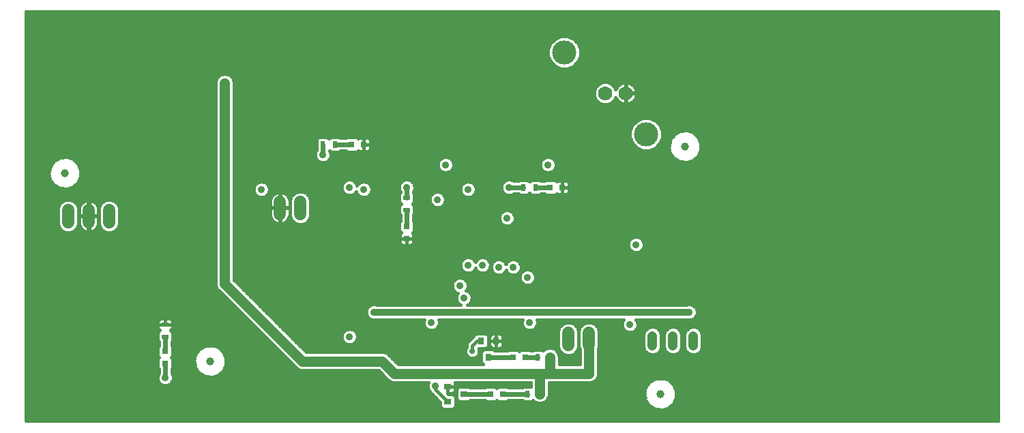
<source format=gbl>
G75*
%MOIN*%
%OFA0B0*%
%FSLAX25Y25*%
%IPPOS*%
%LPD*%
%AMOC8*
5,1,8,0,0,1.08239X$1,22.5*
%
%ADD10C,0.01600*%
%ADD11R,0.03937X0.03937*%
%ADD12C,0.06000*%
%ADD13C,0.07000*%
%ADD14C,0.11811*%
%ADD15C,0.04800*%
%ADD16R,0.05000X0.20000*%
%ADD17C,0.01000*%
%ADD18R,0.03150X0.03543*%
%ADD19R,0.03543X0.03150*%
%ADD20R,0.03150X0.03150*%
%ADD21R,0.02362X0.03543*%
%ADD22R,0.03543X0.02362*%
%ADD23C,0.03937*%
%ADD24C,0.02800*%
%ADD25C,0.23000*%
%ADD26C,0.18000*%
%ADD27C,0.03600*%
%ADD28C,0.05000*%
%ADD29C,0.03200*%
%ADD30C,0.02400*%
D10*
X0001800Y0027250D02*
X0476800Y0027250D01*
X0001800Y0027250D01*
X0001800Y0227250D01*
X0476800Y0227250D01*
X0476800Y0027250D01*
X0476800Y0227250D01*
X0001800Y0227250D01*
X0001800Y0027250D01*
X0476800Y0027250D01*
X0476800Y0028849D02*
X0001800Y0028849D01*
X0001800Y0030447D02*
X0476800Y0030447D01*
X0476800Y0032046D02*
X0001800Y0032046D01*
X0001800Y0033644D02*
X0204554Y0033644D01*
X0204091Y0034107D02*
X0205263Y0032935D01*
X0210463Y0032935D01*
X0211635Y0034107D01*
X0211635Y0038913D01*
X0210463Y0040085D01*
X0208248Y0040085D01*
X0207717Y0040615D01*
X0207863Y0040615D01*
X0209872Y0040615D01*
X0210329Y0040738D01*
X0210740Y0040975D01*
X0211075Y0041310D01*
X0211312Y0041721D01*
X0211435Y0042178D01*
X0211435Y0043990D01*
X0207863Y0043990D01*
X0207863Y0040615D01*
X0207863Y0043990D01*
X0207863Y0043990D01*
X0207863Y0043990D01*
X0211435Y0043990D01*
X0211435Y0045750D01*
X0248253Y0045750D01*
X0248253Y0044022D01*
X0244838Y0044022D01*
X0244266Y0043450D01*
X0237531Y0043450D01*
X0237156Y0043825D01*
X0232350Y0043825D01*
X0231800Y0043275D01*
X0231250Y0043825D01*
X0226444Y0043825D01*
X0226069Y0043450D01*
X0218712Y0043450D01*
X0218337Y0043825D01*
X0213137Y0043825D01*
X0211965Y0042653D01*
X0211965Y0037847D01*
X0213137Y0036675D01*
X0218337Y0036675D01*
X0218712Y0037050D01*
X0226069Y0037050D01*
X0226444Y0036675D01*
X0231250Y0036675D01*
X0231800Y0037225D01*
X0232350Y0036675D01*
X0237156Y0036675D01*
X0237531Y0037050D01*
X0244266Y0037050D01*
X0244838Y0036478D01*
X0248857Y0036478D01*
X0249509Y0037130D01*
X0250204Y0036435D01*
X0251858Y0035750D01*
X0253648Y0035750D01*
X0255302Y0036435D01*
X0256568Y0037701D01*
X0257253Y0039355D01*
X0257253Y0045750D01*
X0277695Y0045750D01*
X0279349Y0046435D01*
X0280615Y0047701D01*
X0281300Y0049355D01*
X0281300Y0062048D01*
X0281800Y0063255D01*
X0281800Y0071245D01*
X0281039Y0073082D01*
X0279632Y0074489D01*
X0277795Y0075250D01*
X0275805Y0075250D01*
X0273968Y0074489D01*
X0272561Y0073082D01*
X0271800Y0071245D01*
X0271800Y0063255D01*
X0272300Y0062048D01*
X0272300Y0054750D01*
X0262253Y0054750D01*
X0262253Y0059145D01*
X0261568Y0060799D01*
X0260302Y0062065D01*
X0258648Y0062750D01*
X0256858Y0062750D01*
X0255204Y0062065D01*
X0254509Y0061370D01*
X0253857Y0062022D01*
X0249838Y0062022D01*
X0249266Y0061450D01*
X0248531Y0061450D01*
X0248156Y0061825D01*
X0243350Y0061825D01*
X0242800Y0061275D01*
X0242250Y0061825D01*
X0237444Y0061825D01*
X0237132Y0061513D01*
X0230775Y0061513D01*
X0230203Y0062085D01*
X0225397Y0062085D01*
X0224225Y0060913D01*
X0224225Y0055713D01*
X0225188Y0054750D01*
X0183664Y0054750D01*
X0179615Y0058799D01*
X0178349Y0060065D01*
X0176695Y0060750D01*
X0138664Y0060750D01*
X0103300Y0096114D01*
X0103300Y0193145D01*
X0102615Y0194799D01*
X0101349Y0196065D01*
X0099695Y0196750D01*
X0097905Y0196750D01*
X0096251Y0196065D01*
X0094985Y0194799D01*
X0094300Y0193145D01*
X0094300Y0093355D01*
X0094985Y0091701D01*
X0096251Y0090435D01*
X0134251Y0052435D01*
X0135905Y0051750D01*
X0173936Y0051750D01*
X0177985Y0047701D01*
X0179251Y0046435D01*
X0180905Y0045750D01*
X0198308Y0045750D01*
X0198000Y0045006D01*
X0198000Y0043494D01*
X0198579Y0042097D01*
X0199240Y0041436D01*
X0199426Y0040987D01*
X0204091Y0036322D01*
X0204091Y0034107D01*
X0204091Y0035243D02*
X0001800Y0035243D01*
X0001800Y0036841D02*
X0203572Y0036841D01*
X0201973Y0038440D02*
X0001800Y0038440D01*
X0001800Y0040038D02*
X0200375Y0040038D01*
X0199039Y0041637D02*
X0001800Y0041637D01*
X0001800Y0043235D02*
X0198107Y0043235D01*
X0198000Y0044834D02*
X0071482Y0044834D01*
X0071953Y0045029D02*
X0070556Y0044450D01*
X0069044Y0044450D01*
X0067647Y0045029D01*
X0066579Y0046097D01*
X0066000Y0047494D01*
X0066000Y0049006D01*
X0066579Y0050403D01*
X0066600Y0050424D01*
X0066600Y0052519D01*
X0066225Y0052894D01*
X0066225Y0057700D01*
X0066775Y0058250D01*
X0066225Y0058800D01*
X0066225Y0063606D01*
X0066600Y0063981D01*
X0066600Y0065716D01*
X0066028Y0066288D01*
X0066028Y0070307D01*
X0067164Y0071442D01*
X0066923Y0071581D01*
X0066588Y0071916D01*
X0066351Y0072327D01*
X0066228Y0072785D01*
X0066228Y0074203D01*
X0069800Y0074203D01*
X0069800Y0074203D01*
X0069800Y0077184D01*
X0071809Y0077184D01*
X0072266Y0077061D01*
X0072677Y0076824D01*
X0073012Y0076489D01*
X0073249Y0076079D01*
X0073372Y0075621D01*
X0073372Y0074203D01*
X0069800Y0074203D01*
X0069800Y0077184D01*
X0067791Y0077184D01*
X0067334Y0077061D01*
X0066923Y0076824D01*
X0066588Y0076489D01*
X0066351Y0076079D01*
X0066228Y0075621D01*
X0066228Y0074203D01*
X0069800Y0074203D01*
X0069800Y0074203D01*
X0069800Y0074203D01*
X0073372Y0074203D01*
X0073372Y0072785D01*
X0073249Y0072327D01*
X0073012Y0071916D01*
X0072677Y0071581D01*
X0072436Y0071442D01*
X0073572Y0070307D01*
X0073572Y0066288D01*
X0073000Y0065716D01*
X0073000Y0063981D01*
X0073375Y0063606D01*
X0073375Y0058800D01*
X0072825Y0058250D01*
X0073375Y0057700D01*
X0073375Y0052894D01*
X0073000Y0052519D01*
X0073000Y0050424D01*
X0073021Y0050403D01*
X0073600Y0049006D01*
X0073600Y0047494D01*
X0073021Y0046097D01*
X0071953Y0045029D01*
X0073160Y0046432D02*
X0179258Y0046432D01*
X0177655Y0048031D02*
X0073600Y0048031D01*
X0073342Y0049629D02*
X0087802Y0049629D01*
X0086510Y0050375D02*
X0089357Y0048731D01*
X0092626Y0048388D01*
X0095753Y0049404D01*
X0098196Y0051603D01*
X0099533Y0054606D01*
X0099533Y0057894D01*
X0098196Y0060897D01*
X0095753Y0063096D01*
X0092626Y0064112D01*
X0089357Y0063769D01*
X0086510Y0062125D01*
X0084578Y0059465D01*
X0083894Y0056250D01*
X0084578Y0053035D01*
X0086510Y0050375D01*
X0085891Y0051228D02*
X0073000Y0051228D01*
X0073307Y0052826D02*
X0084729Y0052826D01*
X0084282Y0054425D02*
X0073375Y0054425D01*
X0073375Y0056023D02*
X0083943Y0056023D01*
X0084186Y0057622D02*
X0073375Y0057622D01*
X0073375Y0059220D02*
X0084526Y0059220D01*
X0085561Y0060819D02*
X0073375Y0060819D01*
X0073375Y0062417D02*
X0087016Y0062417D01*
X0091709Y0064016D02*
X0073000Y0064016D01*
X0073000Y0065614D02*
X0121072Y0065614D01*
X0122670Y0064016D02*
X0092923Y0064016D01*
X0096507Y0062417D02*
X0124269Y0062417D01*
X0125867Y0060819D02*
X0098230Y0060819D01*
X0098942Y0059220D02*
X0127466Y0059220D01*
X0129064Y0057622D02*
X0099533Y0057622D01*
X0099533Y0056023D02*
X0130663Y0056023D01*
X0132261Y0054425D02*
X0099452Y0054425D01*
X0098740Y0052826D02*
X0133860Y0052826D01*
X0138595Y0060819D02*
X0216400Y0060819D01*
X0216400Y0060526D02*
X0216918Y0059277D01*
X0217874Y0058320D01*
X0219124Y0057803D01*
X0220476Y0057803D01*
X0221726Y0058320D01*
X0222682Y0059277D01*
X0223200Y0060526D01*
X0223200Y0061879D01*
X0222978Y0062415D01*
X0226463Y0062415D01*
X0227635Y0063587D01*
X0227635Y0068787D01*
X0226463Y0069959D01*
X0221657Y0069959D01*
X0220485Y0068787D01*
X0220485Y0068565D01*
X0220474Y0068561D01*
X0219686Y0067773D01*
X0218214Y0066301D01*
X0217426Y0065513D01*
X0217000Y0064484D01*
X0217000Y0063211D01*
X0216918Y0063129D01*
X0216400Y0061879D01*
X0216400Y0060526D01*
X0216974Y0059220D02*
X0179194Y0059220D01*
X0180792Y0057622D02*
X0224225Y0057622D01*
X0224225Y0059220D02*
X0222626Y0059220D01*
X0223200Y0060819D02*
X0224225Y0060819D01*
X0226465Y0062417D02*
X0256054Y0062417D01*
X0259451Y0062417D02*
X0262147Y0062417D01*
X0261800Y0063255D02*
X0262561Y0061418D01*
X0263968Y0060011D01*
X0265805Y0059250D01*
X0267795Y0059250D01*
X0269632Y0060011D01*
X0271039Y0061418D01*
X0271800Y0063255D01*
X0271800Y0071245D01*
X0271039Y0073082D01*
X0269632Y0074489D01*
X0267795Y0075250D01*
X0265805Y0075250D01*
X0263968Y0074489D01*
X0262561Y0073082D01*
X0261800Y0071245D01*
X0261800Y0063255D01*
X0261800Y0064016D02*
X0234871Y0064016D01*
X0234915Y0064178D02*
X0234915Y0066187D01*
X0234915Y0068196D01*
X0234792Y0068653D01*
X0234555Y0069064D01*
X0234220Y0069399D01*
X0233810Y0069636D01*
X0233352Y0069759D01*
X0231540Y0069759D01*
X0229728Y0069759D01*
X0229271Y0069636D01*
X0228860Y0069399D01*
X0228525Y0069064D01*
X0228288Y0068653D01*
X0228165Y0068196D01*
X0228165Y0066187D01*
X0228165Y0064178D01*
X0228288Y0063721D01*
X0228525Y0063310D01*
X0228860Y0062975D01*
X0229271Y0062738D01*
X0229728Y0062615D01*
X0231540Y0062615D01*
X0231540Y0066187D01*
X0228165Y0066187D01*
X0231540Y0066187D01*
X0231540Y0066187D01*
X0231540Y0066187D01*
X0231540Y0069759D01*
X0231540Y0066187D01*
X0231540Y0066187D01*
X0231540Y0062615D01*
X0233352Y0062615D01*
X0233810Y0062738D01*
X0234220Y0062975D01*
X0234555Y0063310D01*
X0234792Y0063721D01*
X0234915Y0064178D01*
X0234915Y0065614D02*
X0261800Y0065614D01*
X0261800Y0067213D02*
X0234915Y0067213D01*
X0234915Y0066187D02*
X0231540Y0066187D01*
X0231540Y0066187D01*
X0234915Y0066187D01*
X0234701Y0068811D02*
X0261800Y0068811D01*
X0261800Y0070410D02*
X0163014Y0070410D01*
X0163021Y0070403D02*
X0161953Y0071471D01*
X0160556Y0072050D01*
X0159044Y0072050D01*
X0157647Y0071471D01*
X0156579Y0070403D01*
X0156000Y0069006D01*
X0156000Y0067494D01*
X0156579Y0066097D01*
X0157647Y0065029D01*
X0159044Y0064450D01*
X0160556Y0064450D01*
X0161953Y0065029D01*
X0163021Y0066097D01*
X0163600Y0067494D01*
X0163600Y0069006D01*
X0163021Y0070403D01*
X0163600Y0068811D02*
X0220509Y0068811D01*
X0219686Y0067773D02*
X0219686Y0067773D01*
X0219126Y0067213D02*
X0163483Y0067213D01*
X0162538Y0065614D02*
X0217527Y0065614D01*
X0218214Y0066301D02*
X0218214Y0066301D01*
X0217000Y0064016D02*
X0135398Y0064016D01*
X0133800Y0065614D02*
X0157062Y0065614D01*
X0156117Y0067213D02*
X0132201Y0067213D01*
X0130603Y0068811D02*
X0156000Y0068811D01*
X0156586Y0070410D02*
X0129004Y0070410D01*
X0127406Y0072008D02*
X0158944Y0072008D01*
X0160656Y0072008D02*
X0197696Y0072008D01*
X0197647Y0072029D02*
X0199044Y0071450D01*
X0200556Y0071450D01*
X0201953Y0072029D01*
X0203021Y0073097D01*
X0203600Y0074494D01*
X0203600Y0076006D01*
X0203333Y0076650D01*
X0244267Y0076650D01*
X0244000Y0076006D01*
X0244000Y0074494D01*
X0244579Y0073097D01*
X0245647Y0072029D01*
X0247044Y0071450D01*
X0248556Y0071450D01*
X0249953Y0072029D01*
X0251021Y0073097D01*
X0251600Y0074494D01*
X0251600Y0076006D01*
X0251333Y0076650D01*
X0293826Y0076650D01*
X0293579Y0076403D01*
X0293000Y0075006D01*
X0293000Y0073494D01*
X0293579Y0072097D01*
X0294647Y0071029D01*
X0296044Y0070450D01*
X0297556Y0070450D01*
X0298953Y0071029D01*
X0300021Y0072097D01*
X0300600Y0073494D01*
X0300600Y0075006D01*
X0300021Y0076403D01*
X0299774Y0076650D01*
X0324561Y0076650D01*
X0325044Y0076450D01*
X0326556Y0076450D01*
X0327953Y0077029D01*
X0329021Y0078097D01*
X0329600Y0079494D01*
X0329600Y0081006D01*
X0329021Y0082403D01*
X0327953Y0083471D01*
X0326556Y0084050D01*
X0325044Y0084050D01*
X0324561Y0083850D01*
X0217521Y0083850D01*
X0217953Y0084029D01*
X0219021Y0085097D01*
X0219600Y0086494D01*
X0219600Y0088006D01*
X0219021Y0089403D01*
X0217953Y0090471D01*
X0216852Y0090928D01*
X0217021Y0091097D01*
X0217600Y0092494D01*
X0217600Y0094006D01*
X0217021Y0095403D01*
X0215953Y0096471D01*
X0214556Y0097050D01*
X0213044Y0097050D01*
X0211647Y0096471D01*
X0210579Y0095403D01*
X0210000Y0094006D01*
X0210000Y0092494D01*
X0210579Y0091097D01*
X0211647Y0090029D01*
X0212748Y0089572D01*
X0212579Y0089403D01*
X0212000Y0088006D01*
X0212000Y0086494D01*
X0212579Y0085097D01*
X0213647Y0084029D01*
X0214078Y0083850D01*
X0173039Y0083850D01*
X0172556Y0084050D01*
X0171044Y0084050D01*
X0169647Y0083471D01*
X0168579Y0082403D01*
X0168000Y0081006D01*
X0168000Y0079494D01*
X0168579Y0078097D01*
X0169647Y0077029D01*
X0171044Y0076450D01*
X0172556Y0076450D01*
X0173039Y0076650D01*
X0196267Y0076650D01*
X0196000Y0076006D01*
X0196000Y0074494D01*
X0196579Y0073097D01*
X0197647Y0072029D01*
X0196368Y0073607D02*
X0125807Y0073607D01*
X0124209Y0075205D02*
X0196000Y0075205D01*
X0201904Y0072008D02*
X0245696Y0072008D01*
X0244368Y0073607D02*
X0203232Y0073607D01*
X0203600Y0075205D02*
X0244000Y0075205D01*
X0249904Y0072008D02*
X0262116Y0072008D01*
X0263086Y0073607D02*
X0251232Y0073607D01*
X0251600Y0075205D02*
X0265698Y0075205D01*
X0267902Y0075205D02*
X0275698Y0075205D01*
X0277902Y0075205D02*
X0293083Y0075205D01*
X0293000Y0073607D02*
X0280514Y0073607D01*
X0281484Y0072008D02*
X0293668Y0072008D01*
X0299932Y0072008D02*
X0304936Y0072008D01*
X0305308Y0072380D02*
X0304070Y0071142D01*
X0303400Y0069525D01*
X0303400Y0062975D01*
X0304070Y0061358D01*
X0305308Y0060120D01*
X0306925Y0059450D01*
X0308675Y0059450D01*
X0310292Y0060120D01*
X0311530Y0061358D01*
X0312200Y0062975D01*
X0312200Y0069525D01*
X0311530Y0071142D01*
X0310292Y0072380D01*
X0308675Y0073050D01*
X0306925Y0073050D01*
X0305308Y0072380D01*
X0303766Y0070410D02*
X0281800Y0070410D01*
X0281800Y0068811D02*
X0303400Y0068811D01*
X0303400Y0067213D02*
X0281800Y0067213D01*
X0281800Y0065614D02*
X0303400Y0065614D01*
X0303400Y0064016D02*
X0281800Y0064016D01*
X0281453Y0062417D02*
X0303631Y0062417D01*
X0304609Y0060819D02*
X0281300Y0060819D01*
X0281300Y0059220D02*
X0476800Y0059220D01*
X0476800Y0057622D02*
X0281300Y0057622D01*
X0281300Y0056023D02*
X0476800Y0056023D01*
X0476800Y0054425D02*
X0281300Y0054425D01*
X0281300Y0052826D02*
X0476800Y0052826D01*
X0476800Y0051228D02*
X0281300Y0051228D01*
X0281300Y0049629D02*
X0476800Y0049629D01*
X0476800Y0048031D02*
X0312877Y0048031D01*
X0312626Y0048112D02*
X0309357Y0047769D01*
X0306510Y0046125D01*
X0304578Y0043465D01*
X0303894Y0040250D01*
X0304578Y0037035D01*
X0306510Y0034375D01*
X0309357Y0032731D01*
X0312626Y0032388D01*
X0315753Y0033404D01*
X0318196Y0035603D01*
X0319533Y0038606D01*
X0319533Y0041894D01*
X0318196Y0044897D01*
X0315753Y0047096D01*
X0312626Y0048112D01*
X0311851Y0048031D02*
X0280751Y0048031D01*
X0279342Y0046432D02*
X0307042Y0046432D01*
X0305572Y0044834D02*
X0257253Y0044834D01*
X0257253Y0043235D02*
X0304529Y0043235D01*
X0304189Y0041637D02*
X0257253Y0041637D01*
X0257253Y0040038D02*
X0303940Y0040038D01*
X0304279Y0038440D02*
X0256874Y0038440D01*
X0255708Y0036841D02*
X0304719Y0036841D01*
X0305880Y0035243D02*
X0211635Y0035243D01*
X0211635Y0036841D02*
X0212971Y0036841D01*
X0211965Y0038440D02*
X0211635Y0038440D01*
X0211965Y0040038D02*
X0210510Y0040038D01*
X0211263Y0041637D02*
X0211965Y0041637D01*
X0211435Y0043235D02*
X0212547Y0043235D01*
X0211435Y0044834D02*
X0248253Y0044834D01*
X0249219Y0036841D02*
X0249798Y0036841D01*
X0244475Y0036841D02*
X0237322Y0036841D01*
X0232184Y0036841D02*
X0231416Y0036841D01*
X0226278Y0036841D02*
X0218503Y0036841D01*
X0211172Y0033644D02*
X0307776Y0033644D01*
X0316020Y0033644D02*
X0476800Y0033644D01*
X0476800Y0035243D02*
X0317795Y0035243D01*
X0318747Y0036841D02*
X0476800Y0036841D01*
X0476800Y0038440D02*
X0319459Y0038440D01*
X0319533Y0040038D02*
X0476800Y0040038D01*
X0476800Y0041637D02*
X0319533Y0041637D01*
X0318935Y0043235D02*
X0476800Y0043235D01*
X0476800Y0044834D02*
X0318224Y0044834D01*
X0316490Y0046432D02*
X0476800Y0046432D01*
X0476800Y0060819D02*
X0330991Y0060819D01*
X0331530Y0061358D02*
X0330292Y0060120D01*
X0328675Y0059450D01*
X0326925Y0059450D01*
X0325308Y0060120D01*
X0324070Y0061358D01*
X0323400Y0062975D01*
X0323400Y0069525D01*
X0324070Y0071142D01*
X0325308Y0072380D01*
X0326925Y0073050D01*
X0328675Y0073050D01*
X0330292Y0072380D01*
X0331530Y0071142D01*
X0332200Y0069525D01*
X0332200Y0062975D01*
X0331530Y0061358D01*
X0331969Y0062417D02*
X0476800Y0062417D01*
X0476800Y0064016D02*
X0332200Y0064016D01*
X0332200Y0065614D02*
X0476800Y0065614D01*
X0476800Y0067213D02*
X0332200Y0067213D01*
X0332200Y0068811D02*
X0476800Y0068811D01*
X0476800Y0070410D02*
X0331834Y0070410D01*
X0330664Y0072008D02*
X0476800Y0072008D01*
X0476800Y0073607D02*
X0300600Y0073607D01*
X0300517Y0075205D02*
X0476800Y0075205D01*
X0476800Y0076804D02*
X0327410Y0076804D01*
X0329148Y0078402D02*
X0476800Y0078402D01*
X0476800Y0080001D02*
X0329600Y0080001D01*
X0329354Y0081599D02*
X0476800Y0081599D01*
X0476800Y0083198D02*
X0328226Y0083198D01*
X0324936Y0072008D02*
X0320664Y0072008D01*
X0320292Y0072380D02*
X0321530Y0071142D01*
X0322200Y0069525D01*
X0322200Y0062975D01*
X0321530Y0061358D01*
X0320292Y0060120D01*
X0318675Y0059450D01*
X0316925Y0059450D01*
X0315308Y0060120D01*
X0314070Y0061358D01*
X0313400Y0062975D01*
X0313400Y0069525D01*
X0314070Y0071142D01*
X0315308Y0072380D01*
X0316925Y0073050D01*
X0318675Y0073050D01*
X0320292Y0072380D01*
X0321834Y0070410D02*
X0323766Y0070410D01*
X0323400Y0068811D02*
X0322200Y0068811D01*
X0322200Y0067213D02*
X0323400Y0067213D01*
X0323400Y0065614D02*
X0322200Y0065614D01*
X0322200Y0064016D02*
X0323400Y0064016D01*
X0323631Y0062417D02*
X0321969Y0062417D01*
X0320991Y0060819D02*
X0324609Y0060819D01*
X0314609Y0060819D02*
X0310991Y0060819D01*
X0311969Y0062417D02*
X0313631Y0062417D01*
X0313400Y0064016D02*
X0312200Y0064016D01*
X0312200Y0065614D02*
X0313400Y0065614D01*
X0313400Y0067213D02*
X0312200Y0067213D01*
X0312200Y0068811D02*
X0313400Y0068811D01*
X0313766Y0070410D02*
X0311834Y0070410D01*
X0310664Y0072008D02*
X0314936Y0072008D01*
X0273086Y0073607D02*
X0270514Y0073607D01*
X0271484Y0072008D02*
X0272116Y0072008D01*
X0271800Y0070410D02*
X0271800Y0070410D01*
X0271800Y0068811D02*
X0271800Y0068811D01*
X0271800Y0067213D02*
X0271800Y0067213D01*
X0271800Y0065614D02*
X0271800Y0065614D01*
X0271800Y0064016D02*
X0271800Y0064016D01*
X0271453Y0062417D02*
X0272147Y0062417D01*
X0272300Y0060819D02*
X0270440Y0060819D01*
X0272300Y0059220D02*
X0262222Y0059220D01*
X0262253Y0057622D02*
X0272300Y0057622D01*
X0272300Y0056023D02*
X0262253Y0056023D01*
X0261548Y0060819D02*
X0263160Y0060819D01*
X0231540Y0064016D02*
X0231540Y0064016D01*
X0231540Y0065614D02*
X0231540Y0065614D01*
X0231540Y0067213D02*
X0231540Y0067213D01*
X0231540Y0068811D02*
X0231540Y0068811D01*
X0228379Y0068811D02*
X0227610Y0068811D01*
X0227635Y0067213D02*
X0228165Y0067213D01*
X0228165Y0065614D02*
X0227635Y0065614D01*
X0227635Y0064016D02*
X0228209Y0064016D01*
X0224060Y0066187D02*
X0222060Y0066187D01*
X0219800Y0063927D01*
X0219800Y0061203D01*
X0216623Y0062417D02*
X0136997Y0062417D01*
X0119473Y0067213D02*
X0073572Y0067213D01*
X0073572Y0068811D02*
X0117875Y0068811D01*
X0116276Y0070410D02*
X0073469Y0070410D01*
X0073065Y0072008D02*
X0114678Y0072008D01*
X0113079Y0073607D02*
X0073372Y0073607D01*
X0073372Y0075205D02*
X0111481Y0075205D01*
X0109882Y0076804D02*
X0072697Y0076804D01*
X0069800Y0076804D02*
X0069800Y0076804D01*
X0069800Y0075205D02*
X0069800Y0075205D01*
X0066903Y0076804D02*
X0001800Y0076804D01*
X0001800Y0078402D02*
X0108284Y0078402D01*
X0106685Y0080001D02*
X0001800Y0080001D01*
X0001800Y0081599D02*
X0105087Y0081599D01*
X0103488Y0083198D02*
X0001800Y0083198D01*
X0001800Y0084796D02*
X0101890Y0084796D01*
X0100291Y0086395D02*
X0001800Y0086395D01*
X0001800Y0087993D02*
X0098693Y0087993D01*
X0097094Y0089592D02*
X0001800Y0089592D01*
X0001800Y0091190D02*
X0095496Y0091190D01*
X0096251Y0090435D02*
X0096251Y0090435D01*
X0094534Y0092789D02*
X0001800Y0092789D01*
X0001800Y0094387D02*
X0094300Y0094387D01*
X0094300Y0095986D02*
X0001800Y0095986D01*
X0001800Y0097584D02*
X0094300Y0097584D01*
X0094300Y0099183D02*
X0001800Y0099183D01*
X0001800Y0100782D02*
X0094300Y0100782D01*
X0094300Y0102380D02*
X0001800Y0102380D01*
X0001800Y0103979D02*
X0094300Y0103979D01*
X0094300Y0105577D02*
X0001800Y0105577D01*
X0001800Y0107176D02*
X0094300Y0107176D01*
X0094300Y0108774D02*
X0001800Y0108774D01*
X0001800Y0110373D02*
X0094300Y0110373D01*
X0094300Y0111971D02*
X0001800Y0111971D01*
X0001800Y0113570D02*
X0094300Y0113570D01*
X0094300Y0115168D02*
X0001800Y0115168D01*
X0001800Y0116767D02*
X0094300Y0116767D01*
X0094300Y0118365D02*
X0001800Y0118365D01*
X0001800Y0119964D02*
X0019683Y0119964D01*
X0019568Y0120011D02*
X0021405Y0119250D01*
X0023395Y0119250D01*
X0025232Y0120011D01*
X0026639Y0121418D01*
X0027400Y0123255D01*
X0027400Y0131245D01*
X0026639Y0133082D01*
X0025232Y0134489D01*
X0023395Y0135250D01*
X0021405Y0135250D01*
X0019568Y0134489D01*
X0018161Y0133082D01*
X0017400Y0131245D01*
X0017400Y0123255D01*
X0018161Y0121418D01*
X0019568Y0120011D01*
X0018101Y0121562D02*
X0001800Y0121562D01*
X0001800Y0123161D02*
X0017439Y0123161D01*
X0017400Y0124759D02*
X0001800Y0124759D01*
X0001800Y0126358D02*
X0017400Y0126358D01*
X0017400Y0127956D02*
X0001800Y0127956D01*
X0001800Y0129555D02*
X0017400Y0129555D01*
X0017400Y0131153D02*
X0001800Y0131153D01*
X0001800Y0132752D02*
X0018024Y0132752D01*
X0019429Y0134350D02*
X0001800Y0134350D01*
X0001800Y0135949D02*
X0094300Y0135949D01*
X0094300Y0137547D02*
X0001800Y0137547D01*
X0001800Y0139146D02*
X0094300Y0139146D01*
X0094300Y0140744D02*
X0022724Y0140744D01*
X0021626Y0140388D02*
X0024753Y0141404D01*
X0027196Y0143603D01*
X0028533Y0146606D01*
X0028533Y0149894D01*
X0027196Y0152897D01*
X0024753Y0155096D01*
X0021626Y0156112D01*
X0018357Y0155769D01*
X0015510Y0154125D01*
X0013578Y0151465D01*
X0012894Y0148250D01*
X0013578Y0145035D01*
X0015510Y0142375D01*
X0018357Y0140731D01*
X0021626Y0140388D01*
X0018335Y0140744D02*
X0001800Y0140744D01*
X0001800Y0142343D02*
X0015566Y0142343D01*
X0014372Y0143941D02*
X0001800Y0143941D01*
X0001800Y0145540D02*
X0013471Y0145540D01*
X0013131Y0147138D02*
X0001800Y0147138D01*
X0001800Y0148737D02*
X0012998Y0148737D01*
X0013338Y0150335D02*
X0001800Y0150335D01*
X0001800Y0151934D02*
X0013918Y0151934D01*
X0015080Y0153532D02*
X0001800Y0153532D01*
X0001800Y0155131D02*
X0017253Y0155131D01*
X0024646Y0155131D02*
X0094300Y0155131D01*
X0094300Y0156729D02*
X0001800Y0156729D01*
X0001800Y0158328D02*
X0094300Y0158328D01*
X0094300Y0159926D02*
X0001800Y0159926D01*
X0001800Y0161525D02*
X0094300Y0161525D01*
X0094300Y0163123D02*
X0001800Y0163123D01*
X0001800Y0164722D02*
X0094300Y0164722D01*
X0094300Y0166320D02*
X0001800Y0166320D01*
X0001800Y0167919D02*
X0094300Y0167919D01*
X0094300Y0169518D02*
X0001800Y0169518D01*
X0001800Y0171116D02*
X0094300Y0171116D01*
X0094300Y0172715D02*
X0001800Y0172715D01*
X0001800Y0174313D02*
X0094300Y0174313D01*
X0094300Y0175912D02*
X0001800Y0175912D01*
X0001800Y0177510D02*
X0094300Y0177510D01*
X0094300Y0179109D02*
X0001800Y0179109D01*
X0001800Y0180707D02*
X0094300Y0180707D01*
X0094300Y0182306D02*
X0001800Y0182306D01*
X0001800Y0183904D02*
X0094300Y0183904D01*
X0094300Y0185503D02*
X0001800Y0185503D01*
X0001800Y0187101D02*
X0094300Y0187101D01*
X0094300Y0188700D02*
X0001800Y0188700D01*
X0001800Y0190298D02*
X0094300Y0190298D01*
X0094300Y0191897D02*
X0001800Y0191897D01*
X0001800Y0193495D02*
X0094445Y0193495D01*
X0095280Y0195094D02*
X0001800Y0195094D01*
X0001800Y0196692D02*
X0097765Y0196692D01*
X0099835Y0196692D02*
X0476800Y0196692D01*
X0476800Y0195094D02*
X0102320Y0195094D01*
X0103155Y0193495D02*
X0476800Y0193495D01*
X0476800Y0191897D02*
X0297355Y0191897D01*
X0297578Y0191783D02*
X0296834Y0192162D01*
X0296041Y0192419D01*
X0295217Y0192550D01*
X0294984Y0192550D01*
X0294984Y0187434D01*
X0300100Y0187434D01*
X0300100Y0187667D01*
X0299969Y0188491D01*
X0299712Y0189284D01*
X0299333Y0190028D01*
X0298843Y0190703D01*
X0298253Y0191293D01*
X0297578Y0191783D01*
X0299137Y0190298D02*
X0476800Y0190298D01*
X0476800Y0188700D02*
X0299902Y0188700D01*
X0300100Y0187066D02*
X0294984Y0187066D01*
X0294984Y0181950D01*
X0295217Y0181950D01*
X0296041Y0182080D01*
X0296834Y0182338D01*
X0297578Y0182717D01*
X0298253Y0183207D01*
X0298843Y0183797D01*
X0299333Y0184472D01*
X0299712Y0185216D01*
X0299969Y0186009D01*
X0300100Y0186833D01*
X0300100Y0187066D01*
X0299805Y0185503D02*
X0476800Y0185503D01*
X0476800Y0187101D02*
X0294984Y0187101D01*
X0294984Y0187066D02*
X0294984Y0187434D01*
X0294616Y0187434D01*
X0294616Y0192550D01*
X0294383Y0192550D01*
X0293559Y0192419D01*
X0292766Y0192162D01*
X0292022Y0191783D01*
X0291347Y0191293D01*
X0290757Y0190703D01*
X0290267Y0190028D01*
X0289901Y0189308D01*
X0289463Y0190365D01*
X0287915Y0191913D01*
X0285894Y0192750D01*
X0283706Y0192750D01*
X0281684Y0191913D01*
X0280137Y0190365D01*
X0279300Y0188344D01*
X0279300Y0186156D01*
X0280137Y0184134D01*
X0281684Y0182587D01*
X0283706Y0181750D01*
X0285894Y0181750D01*
X0287915Y0182587D01*
X0289463Y0184134D01*
X0289901Y0185192D01*
X0290267Y0184472D01*
X0290757Y0183797D01*
X0291347Y0183207D01*
X0292022Y0182717D01*
X0292766Y0182338D01*
X0293559Y0182080D01*
X0294383Y0181950D01*
X0294616Y0181950D01*
X0294616Y0187066D01*
X0294984Y0187066D01*
X0294984Y0185503D02*
X0294616Y0185503D01*
X0294616Y0183904D02*
X0294984Y0183904D01*
X0294984Y0182306D02*
X0294616Y0182306D01*
X0292866Y0182306D02*
X0287235Y0182306D01*
X0289232Y0183904D02*
X0290680Y0183904D01*
X0294616Y0188700D02*
X0294984Y0188700D01*
X0294984Y0190298D02*
X0294616Y0190298D01*
X0294616Y0191897D02*
X0294984Y0191897D01*
X0292245Y0191897D02*
X0287931Y0191897D01*
X0289491Y0190298D02*
X0290463Y0190298D01*
X0281669Y0191897D02*
X0103300Y0191897D01*
X0103300Y0190298D02*
X0280109Y0190298D01*
X0279447Y0188700D02*
X0103300Y0188700D01*
X0103300Y0187101D02*
X0279300Y0187101D01*
X0279571Y0185503D02*
X0103300Y0185503D01*
X0103300Y0183904D02*
X0280368Y0183904D01*
X0282365Y0182306D02*
X0103300Y0182306D01*
X0103300Y0180707D02*
X0476800Y0180707D01*
X0476800Y0179109D02*
X0103300Y0179109D01*
X0103300Y0177510D02*
X0476800Y0177510D01*
X0476800Y0175912D02*
X0103300Y0175912D01*
X0103300Y0174313D02*
X0301194Y0174313D01*
X0300322Y0173952D02*
X0298098Y0171728D01*
X0296894Y0168823D01*
X0296894Y0165677D01*
X0298098Y0162772D01*
X0300322Y0160548D01*
X0303227Y0159344D01*
X0306373Y0159344D01*
X0309278Y0160548D01*
X0311502Y0162772D01*
X0312705Y0165677D01*
X0312705Y0168823D01*
X0311502Y0171728D01*
X0309278Y0173952D01*
X0306373Y0175155D01*
X0303227Y0175155D01*
X0300322Y0173952D01*
X0299084Y0172715D02*
X0103300Y0172715D01*
X0103300Y0171116D02*
X0297845Y0171116D01*
X0297182Y0169518D02*
X0103300Y0169518D01*
X0103300Y0167919D02*
X0296894Y0167919D01*
X0296894Y0166320D02*
X0103300Y0166320D01*
X0103300Y0164722D02*
X0143666Y0164722D01*
X0143666Y0164850D02*
X0143666Y0163046D01*
X0143600Y0162887D01*
X0143600Y0159424D01*
X0143579Y0159403D01*
X0143000Y0158006D01*
X0143000Y0156494D01*
X0143579Y0155097D01*
X0144647Y0154029D01*
X0146044Y0153450D01*
X0147556Y0153450D01*
X0148953Y0154029D01*
X0150021Y0155097D01*
X0150600Y0156494D01*
X0150600Y0158006D01*
X0150165Y0159057D01*
X0150743Y0158478D01*
X0154762Y0158478D01*
X0155334Y0159050D01*
X0158069Y0159050D01*
X0158444Y0158675D01*
X0163250Y0158675D01*
X0163941Y0159366D01*
X0164073Y0159235D01*
X0164483Y0158998D01*
X0164941Y0158875D01*
X0166753Y0158875D01*
X0168565Y0158875D01*
X0169022Y0158998D01*
X0169433Y0159235D01*
X0169768Y0159570D01*
X0170005Y0159980D01*
X0170128Y0160438D01*
X0170128Y0162250D01*
X0170128Y0164062D01*
X0170005Y0164520D01*
X0169768Y0164930D01*
X0169433Y0165265D01*
X0169022Y0165502D01*
X0168565Y0165625D01*
X0166753Y0165625D01*
X0166753Y0162250D01*
X0170128Y0162250D01*
X0166753Y0162250D01*
X0166753Y0162250D01*
X0166753Y0162250D01*
X0166753Y0158875D01*
X0166753Y0162250D01*
X0166753Y0162250D01*
X0166753Y0165625D01*
X0164941Y0165625D01*
X0164483Y0165502D01*
X0164073Y0165265D01*
X0163941Y0165134D01*
X0163250Y0165825D01*
X0158444Y0165825D01*
X0158069Y0165450D01*
X0155334Y0165450D01*
X0154762Y0166022D01*
X0150743Y0166022D01*
X0149800Y0165078D01*
X0148857Y0166022D01*
X0144838Y0166022D01*
X0143666Y0164850D01*
X0143666Y0163123D02*
X0103300Y0163123D01*
X0103300Y0161525D02*
X0143600Y0161525D01*
X0143600Y0159926D02*
X0103300Y0159926D01*
X0103300Y0158328D02*
X0143133Y0158328D01*
X0143000Y0156729D02*
X0103300Y0156729D01*
X0103300Y0155131D02*
X0143565Y0155131D01*
X0145845Y0153532D02*
X0103300Y0153532D01*
X0103300Y0151934D02*
X0203000Y0151934D01*
X0203000Y0151494D02*
X0203579Y0150097D01*
X0204647Y0149029D01*
X0206044Y0148450D01*
X0207556Y0148450D01*
X0208953Y0149029D01*
X0210021Y0150097D01*
X0210600Y0151494D01*
X0210600Y0153006D01*
X0210021Y0154403D01*
X0208953Y0155471D01*
X0207556Y0156050D01*
X0206044Y0156050D01*
X0204647Y0155471D01*
X0203579Y0154403D01*
X0203000Y0153006D01*
X0203000Y0151494D01*
X0203480Y0150335D02*
X0103300Y0150335D01*
X0103300Y0148737D02*
X0205352Y0148737D01*
X0208248Y0148737D02*
X0255352Y0148737D01*
X0256044Y0148450D02*
X0257556Y0148450D01*
X0258953Y0149029D01*
X0260021Y0150097D01*
X0260600Y0151494D01*
X0260600Y0153006D01*
X0260021Y0154403D01*
X0258953Y0155471D01*
X0257556Y0156050D01*
X0256044Y0156050D01*
X0254647Y0155471D01*
X0253579Y0154403D01*
X0253000Y0153006D01*
X0253000Y0151494D01*
X0253579Y0150097D01*
X0254647Y0149029D01*
X0256044Y0148450D01*
X0258248Y0148737D02*
X0476800Y0148737D01*
X0476800Y0150335D02*
X0260120Y0150335D01*
X0260600Y0151934D02*
X0476800Y0151934D01*
X0476800Y0153532D02*
X0325071Y0153532D01*
X0324626Y0153388D02*
X0327753Y0154404D01*
X0330196Y0156603D01*
X0331533Y0159606D01*
X0331533Y0162894D01*
X0330196Y0165897D01*
X0327753Y0168096D01*
X0324626Y0169112D01*
X0321357Y0168769D01*
X0318510Y0167125D01*
X0316578Y0164465D01*
X0315894Y0161250D01*
X0316578Y0158035D01*
X0318510Y0155375D01*
X0321357Y0153731D01*
X0324626Y0153388D01*
X0323251Y0153532D02*
X0260382Y0153532D01*
X0259293Y0155131D02*
X0318933Y0155131D01*
X0317526Y0156729D02*
X0150600Y0156729D01*
X0150467Y0158328D02*
X0316516Y0158328D01*
X0316176Y0159926D02*
X0307777Y0159926D01*
X0310255Y0161525D02*
X0315953Y0161525D01*
X0316293Y0163123D02*
X0311648Y0163123D01*
X0312310Y0164722D02*
X0316764Y0164722D01*
X0317926Y0166320D02*
X0312705Y0166320D01*
X0312705Y0167919D02*
X0319886Y0167919D01*
X0312418Y0169518D02*
X0476800Y0169518D01*
X0476800Y0171116D02*
X0311755Y0171116D01*
X0310516Y0172715D02*
X0476800Y0172715D01*
X0476800Y0174313D02*
X0308406Y0174313D01*
X0296734Y0182306D02*
X0476800Y0182306D01*
X0476800Y0183904D02*
X0298920Y0183904D01*
X0327950Y0167919D02*
X0476800Y0167919D01*
X0476800Y0166320D02*
X0329725Y0166320D01*
X0330719Y0164722D02*
X0476800Y0164722D01*
X0476800Y0163123D02*
X0331430Y0163123D01*
X0331533Y0161525D02*
X0476800Y0161525D01*
X0476800Y0159926D02*
X0331533Y0159926D01*
X0330964Y0158328D02*
X0476800Y0158328D01*
X0476800Y0156729D02*
X0330252Y0156729D01*
X0328560Y0155131D02*
X0476800Y0155131D01*
X0476800Y0147138D02*
X0103300Y0147138D01*
X0103300Y0145540D02*
X0476800Y0145540D01*
X0476800Y0143941D02*
X0266757Y0143941D01*
X0266768Y0143930D02*
X0266433Y0144265D01*
X0266022Y0144502D01*
X0265565Y0144625D01*
X0263753Y0144625D01*
X0263753Y0141250D01*
X0267128Y0141250D01*
X0267128Y0143062D01*
X0267005Y0143520D01*
X0266768Y0143930D01*
X0267128Y0142343D02*
X0476800Y0142343D01*
X0476800Y0140744D02*
X0267128Y0140744D01*
X0267128Y0141250D02*
X0263753Y0141250D01*
X0263753Y0141250D01*
X0263753Y0141250D01*
X0263753Y0137875D01*
X0265565Y0137875D01*
X0266022Y0137998D01*
X0266433Y0138235D01*
X0266768Y0138570D01*
X0267005Y0138980D01*
X0267128Y0139438D01*
X0267128Y0141250D01*
X0267049Y0139146D02*
X0476800Y0139146D01*
X0476800Y0137547D02*
X0252831Y0137547D01*
X0252762Y0137478D02*
X0253334Y0138050D01*
X0255069Y0138050D01*
X0255444Y0137675D01*
X0260250Y0137675D01*
X0260941Y0138366D01*
X0261073Y0138235D01*
X0261483Y0137998D01*
X0261941Y0137875D01*
X0263753Y0137875D01*
X0263753Y0141250D01*
X0263753Y0141250D01*
X0263753Y0144625D01*
X0261941Y0144625D01*
X0261483Y0144502D01*
X0261073Y0144265D01*
X0260941Y0144134D01*
X0260250Y0144825D01*
X0255444Y0144825D01*
X0255069Y0144450D01*
X0253334Y0144450D01*
X0252762Y0145022D01*
X0248743Y0145022D01*
X0247800Y0144078D01*
X0246857Y0145022D01*
X0242838Y0145022D01*
X0242266Y0144450D01*
X0239974Y0144450D01*
X0239953Y0144471D01*
X0238556Y0145050D01*
X0237044Y0145050D01*
X0235647Y0144471D01*
X0234579Y0143403D01*
X0234000Y0142006D01*
X0234000Y0140494D01*
X0234579Y0139097D01*
X0235647Y0138029D01*
X0237044Y0137450D01*
X0238556Y0137450D01*
X0239953Y0138029D01*
X0239974Y0138050D01*
X0242266Y0138050D01*
X0242838Y0137478D01*
X0246857Y0137478D01*
X0247800Y0138422D01*
X0248743Y0137478D01*
X0252762Y0137478D01*
X0248674Y0137547D02*
X0246926Y0137547D01*
X0242769Y0137547D02*
X0238791Y0137547D01*
X0236809Y0137547D02*
X0220471Y0137547D01*
X0219953Y0137029D02*
X0221021Y0138097D01*
X0221600Y0139494D01*
X0221600Y0141006D01*
X0221021Y0142403D01*
X0219953Y0143471D01*
X0218556Y0144050D01*
X0217044Y0144050D01*
X0215647Y0143471D01*
X0214579Y0142403D01*
X0214000Y0141006D01*
X0214000Y0139494D01*
X0214579Y0138097D01*
X0215647Y0137029D01*
X0217044Y0136450D01*
X0218556Y0136450D01*
X0219953Y0137029D01*
X0221456Y0139146D02*
X0234558Y0139146D01*
X0234000Y0140744D02*
X0221600Y0140744D01*
X0221046Y0142343D02*
X0234140Y0142343D01*
X0235117Y0143941D02*
X0218818Y0143941D01*
X0216782Y0143941D02*
X0190483Y0143941D01*
X0189953Y0144471D02*
X0188556Y0145050D01*
X0187044Y0145050D01*
X0185647Y0144471D01*
X0184579Y0143403D01*
X0184000Y0142006D01*
X0184000Y0140494D01*
X0184579Y0139097D01*
X0184600Y0139076D01*
X0184600Y0138784D01*
X0184028Y0138212D01*
X0184028Y0134193D01*
X0184972Y0133250D01*
X0184028Y0132307D01*
X0184028Y0128288D01*
X0184600Y0127716D01*
X0184600Y0124981D01*
X0184225Y0124606D01*
X0184225Y0119800D01*
X0184916Y0119109D01*
X0184785Y0118977D01*
X0184548Y0118567D01*
X0184425Y0118109D01*
X0184425Y0116297D01*
X0184425Y0114485D01*
X0184548Y0114028D01*
X0184785Y0113617D01*
X0185120Y0113282D01*
X0185530Y0113045D01*
X0185988Y0112922D01*
X0187800Y0112922D01*
X0189612Y0112922D01*
X0190070Y0113045D01*
X0190480Y0113282D01*
X0190815Y0113617D01*
X0191052Y0114028D01*
X0191175Y0114485D01*
X0191175Y0116297D01*
X0187800Y0116297D01*
X0187800Y0112922D01*
X0187800Y0116297D01*
X0187800Y0116297D01*
X0187800Y0116297D01*
X0184425Y0116297D01*
X0187800Y0116297D01*
X0187800Y0116297D01*
X0191175Y0116297D01*
X0191175Y0118109D01*
X0191052Y0118567D01*
X0190815Y0118977D01*
X0190684Y0119109D01*
X0191375Y0119800D01*
X0191375Y0124606D01*
X0191000Y0124981D01*
X0191000Y0127716D01*
X0191572Y0128288D01*
X0191572Y0132307D01*
X0190628Y0133250D01*
X0191572Y0134193D01*
X0191572Y0138212D01*
X0191000Y0138784D01*
X0191000Y0139076D01*
X0191021Y0139097D01*
X0191600Y0140494D01*
X0191600Y0142006D01*
X0191021Y0143403D01*
X0189953Y0144471D01*
X0191460Y0142343D02*
X0214554Y0142343D01*
X0214000Y0140744D02*
X0191600Y0140744D01*
X0191041Y0139146D02*
X0214144Y0139146D01*
X0215129Y0137547D02*
X0205877Y0137547D01*
X0206021Y0137403D02*
X0204953Y0138471D01*
X0203556Y0139050D01*
X0202044Y0139050D01*
X0200647Y0138471D01*
X0199579Y0137403D01*
X0199000Y0136006D01*
X0199000Y0134494D01*
X0199579Y0133097D01*
X0200647Y0132029D01*
X0202044Y0131450D01*
X0203556Y0131450D01*
X0204953Y0132029D01*
X0206021Y0133097D01*
X0206600Y0134494D01*
X0206600Y0136006D01*
X0206021Y0137403D01*
X0206600Y0135949D02*
X0476800Y0135949D01*
X0476800Y0134350D02*
X0206540Y0134350D01*
X0205676Y0132752D02*
X0476800Y0132752D01*
X0476800Y0131153D02*
X0191572Y0131153D01*
X0191572Y0129555D02*
X0234848Y0129555D01*
X0234647Y0129471D02*
X0233579Y0128403D01*
X0233000Y0127006D01*
X0233000Y0125494D01*
X0233579Y0124097D01*
X0234647Y0123029D01*
X0236044Y0122450D01*
X0237556Y0122450D01*
X0238953Y0123029D01*
X0240021Y0124097D01*
X0240600Y0125494D01*
X0240600Y0127006D01*
X0240021Y0128403D01*
X0238953Y0129471D01*
X0237556Y0130050D01*
X0236044Y0130050D01*
X0234647Y0129471D01*
X0233394Y0127956D02*
X0191240Y0127956D01*
X0191000Y0126358D02*
X0233000Y0126358D01*
X0233304Y0124759D02*
X0191222Y0124759D01*
X0191375Y0123161D02*
X0234515Y0123161D01*
X0239085Y0123161D02*
X0476800Y0123161D01*
X0476800Y0124759D02*
X0240296Y0124759D01*
X0240600Y0126358D02*
X0476800Y0126358D01*
X0476800Y0127956D02*
X0240206Y0127956D01*
X0238752Y0129555D02*
X0476800Y0129555D01*
X0476800Y0121562D02*
X0191375Y0121562D01*
X0191375Y0119964D02*
X0476800Y0119964D01*
X0476800Y0118365D02*
X0191106Y0118365D01*
X0191175Y0116767D02*
X0298360Y0116767D01*
X0299044Y0117050D02*
X0297647Y0116471D01*
X0296579Y0115403D01*
X0296000Y0114006D01*
X0296000Y0112494D01*
X0296579Y0111097D01*
X0297647Y0110029D01*
X0299044Y0109450D01*
X0300556Y0109450D01*
X0301953Y0110029D01*
X0303021Y0111097D01*
X0303600Y0112494D01*
X0303600Y0114006D01*
X0303021Y0115403D01*
X0301953Y0116471D01*
X0300556Y0117050D01*
X0299044Y0117050D01*
X0301240Y0116767D02*
X0476800Y0116767D01*
X0476800Y0115168D02*
X0303119Y0115168D01*
X0303600Y0113570D02*
X0476800Y0113570D01*
X0476800Y0111971D02*
X0303383Y0111971D01*
X0302297Y0110373D02*
X0476800Y0110373D01*
X0476800Y0108774D02*
X0103300Y0108774D01*
X0103300Y0107176D02*
X0476800Y0107176D01*
X0476800Y0105577D02*
X0241698Y0105577D01*
X0241953Y0105471D02*
X0240556Y0106050D01*
X0239044Y0106050D01*
X0237647Y0105471D01*
X0236579Y0104403D01*
X0236300Y0103730D01*
X0236021Y0104403D01*
X0234953Y0105471D01*
X0233556Y0106050D01*
X0232044Y0106050D01*
X0230647Y0105471D01*
X0229579Y0104403D01*
X0229000Y0103006D01*
X0229000Y0101494D01*
X0229579Y0100097D01*
X0230647Y0099029D01*
X0232044Y0098450D01*
X0233556Y0098450D01*
X0234953Y0099029D01*
X0236021Y0100097D01*
X0236300Y0100770D01*
X0236579Y0100097D01*
X0237647Y0099029D01*
X0239044Y0098450D01*
X0240556Y0098450D01*
X0241953Y0099029D01*
X0243021Y0100097D01*
X0243600Y0101494D01*
X0243600Y0103006D01*
X0243021Y0104403D01*
X0241953Y0105471D01*
X0243197Y0103979D02*
X0476800Y0103979D01*
X0476800Y0102380D02*
X0243600Y0102380D01*
X0243305Y0100782D02*
X0245396Y0100782D01*
X0246044Y0101050D02*
X0244647Y0100471D01*
X0243579Y0099403D01*
X0243000Y0098006D01*
X0243000Y0096494D01*
X0243579Y0095097D01*
X0244647Y0094029D01*
X0246044Y0093450D01*
X0247556Y0093450D01*
X0248953Y0094029D01*
X0250021Y0095097D01*
X0250600Y0096494D01*
X0250600Y0098006D01*
X0250021Y0099403D01*
X0248953Y0100471D01*
X0247556Y0101050D01*
X0246044Y0101050D01*
X0248204Y0100782D02*
X0476800Y0100782D01*
X0476800Y0099183D02*
X0250112Y0099183D01*
X0250600Y0097584D02*
X0476800Y0097584D01*
X0476800Y0095986D02*
X0250390Y0095986D01*
X0249311Y0094387D02*
X0476800Y0094387D01*
X0476800Y0092789D02*
X0217600Y0092789D01*
X0217442Y0094387D02*
X0244289Y0094387D01*
X0243210Y0095986D02*
X0216438Y0095986D01*
X0211162Y0095986D02*
X0103428Y0095986D01*
X0103300Y0097584D02*
X0243000Y0097584D01*
X0243488Y0099183D02*
X0242107Y0099183D01*
X0237493Y0099183D02*
X0235107Y0099183D01*
X0230493Y0099183D02*
X0103300Y0099183D01*
X0103300Y0100782D02*
X0214894Y0100782D01*
X0214579Y0101097D02*
X0215647Y0100029D01*
X0217044Y0099450D01*
X0218556Y0099450D01*
X0219953Y0100029D01*
X0221021Y0101097D01*
X0221300Y0101770D01*
X0221579Y0101097D01*
X0222647Y0100029D01*
X0224044Y0099450D01*
X0225556Y0099450D01*
X0226953Y0100029D01*
X0228021Y0101097D01*
X0228600Y0102494D01*
X0228600Y0104006D01*
X0228021Y0105403D01*
X0226953Y0106471D01*
X0225556Y0107050D01*
X0224044Y0107050D01*
X0222647Y0106471D01*
X0221579Y0105403D01*
X0221300Y0104730D01*
X0221021Y0105403D01*
X0219953Y0106471D01*
X0218556Y0107050D01*
X0217044Y0107050D01*
X0215647Y0106471D01*
X0214579Y0105403D01*
X0214000Y0104006D01*
X0214000Y0102494D01*
X0214579Y0101097D01*
X0214047Y0102380D02*
X0103300Y0102380D01*
X0103300Y0103979D02*
X0214000Y0103979D01*
X0214753Y0105577D02*
X0103300Y0105577D01*
X0103300Y0110373D02*
X0297303Y0110373D01*
X0296217Y0111971D02*
X0103300Y0111971D01*
X0103300Y0113570D02*
X0184832Y0113570D01*
X0184425Y0115168D02*
X0103300Y0115168D01*
X0103300Y0116767D02*
X0184425Y0116767D01*
X0184494Y0118365D02*
X0103300Y0118365D01*
X0103300Y0119964D02*
X0184225Y0119964D01*
X0184225Y0121562D02*
X0103300Y0121562D01*
X0103300Y0123161D02*
X0184225Y0123161D01*
X0184378Y0124759D02*
X0139380Y0124759D01*
X0140039Y0125418D02*
X0140800Y0127255D01*
X0140800Y0135245D01*
X0140039Y0137082D01*
X0138632Y0138489D01*
X0136795Y0139250D01*
X0134805Y0139250D01*
X0132968Y0138489D01*
X0131561Y0137082D01*
X0130800Y0135245D01*
X0130800Y0127255D01*
X0131561Y0125418D01*
X0132968Y0124011D01*
X0134805Y0123250D01*
X0136795Y0123250D01*
X0138632Y0124011D01*
X0140039Y0125418D01*
X0140428Y0126358D02*
X0184600Y0126358D01*
X0184360Y0127956D02*
X0140800Y0127956D01*
X0140800Y0129555D02*
X0184028Y0129555D01*
X0184028Y0131153D02*
X0140800Y0131153D01*
X0140800Y0132752D02*
X0184473Y0132752D01*
X0184028Y0134350D02*
X0140800Y0134350D01*
X0140508Y0135949D02*
X0184028Y0135949D01*
X0184028Y0137547D02*
X0169471Y0137547D01*
X0168953Y0137029D02*
X0170021Y0138097D01*
X0170600Y0139494D01*
X0170600Y0141006D01*
X0170021Y0142403D01*
X0168953Y0143471D01*
X0167556Y0144050D01*
X0166044Y0144050D01*
X0164647Y0143471D01*
X0163579Y0142403D01*
X0163507Y0142230D01*
X0163021Y0143403D01*
X0161953Y0144471D01*
X0160556Y0145050D01*
X0159044Y0145050D01*
X0157647Y0144471D01*
X0156579Y0143403D01*
X0156000Y0142006D01*
X0156000Y0140494D01*
X0156579Y0139097D01*
X0157647Y0138029D01*
X0159044Y0137450D01*
X0160556Y0137450D01*
X0161953Y0138029D01*
X0163021Y0139097D01*
X0163093Y0139270D01*
X0163579Y0138097D01*
X0164647Y0137029D01*
X0166044Y0136450D01*
X0167556Y0136450D01*
X0168953Y0137029D01*
X0170456Y0139146D02*
X0184558Y0139146D01*
X0184000Y0140744D02*
X0170600Y0140744D01*
X0170046Y0142343D02*
X0184140Y0142343D01*
X0185117Y0143941D02*
X0167818Y0143941D01*
X0165782Y0143941D02*
X0162483Y0143941D01*
X0163460Y0142343D02*
X0163554Y0142343D01*
X0163144Y0139146D02*
X0163041Y0139146D01*
X0164129Y0137547D02*
X0160791Y0137547D01*
X0158809Y0137547D02*
X0139574Y0137547D01*
X0137046Y0139146D02*
X0156558Y0139146D01*
X0156000Y0140744D02*
X0120600Y0140744D01*
X0120600Y0141006D02*
X0120021Y0142403D01*
X0118953Y0143471D01*
X0117556Y0144050D01*
X0116044Y0144050D01*
X0114647Y0143471D01*
X0113579Y0142403D01*
X0113000Y0141006D01*
X0113000Y0139494D01*
X0113579Y0138097D01*
X0114647Y0137029D01*
X0116044Y0136450D01*
X0117556Y0136450D01*
X0118953Y0137029D01*
X0120021Y0138097D01*
X0120600Y0139494D01*
X0120600Y0141006D01*
X0120046Y0142343D02*
X0156140Y0142343D01*
X0157117Y0143941D02*
X0117818Y0143941D01*
X0115782Y0143941D02*
X0103300Y0143941D01*
X0103300Y0142343D02*
X0113554Y0142343D01*
X0113000Y0140744D02*
X0103300Y0140744D01*
X0103300Y0139146D02*
X0113144Y0139146D01*
X0114129Y0137547D02*
X0103300Y0137547D01*
X0103300Y0135949D02*
X0121305Y0135949D01*
X0121352Y0136093D02*
X0121118Y0135374D01*
X0121000Y0134628D01*
X0121000Y0131450D01*
X0125600Y0131450D01*
X0125600Y0139050D01*
X0125422Y0139050D01*
X0124676Y0138932D01*
X0123957Y0138698D01*
X0123284Y0138355D01*
X0122673Y0137911D01*
X0122139Y0137377D01*
X0121695Y0136766D01*
X0121352Y0136093D01*
X0122309Y0137547D02*
X0119471Y0137547D01*
X0120456Y0139146D02*
X0134554Y0139146D01*
X0132026Y0137547D02*
X0129291Y0137547D01*
X0129461Y0137377D02*
X0128927Y0137911D01*
X0128316Y0138355D01*
X0127643Y0138698D01*
X0126924Y0138932D01*
X0126178Y0139050D01*
X0126000Y0139050D01*
X0126000Y0131450D01*
X0130600Y0131450D01*
X0130600Y0134628D01*
X0130482Y0135374D01*
X0130248Y0136093D01*
X0129905Y0136766D01*
X0129461Y0137377D01*
X0130295Y0135949D02*
X0131092Y0135949D01*
X0130800Y0134350D02*
X0130600Y0134350D01*
X0130600Y0132752D02*
X0130800Y0132752D01*
X0130800Y0131153D02*
X0126000Y0131153D01*
X0126000Y0131050D02*
X0126000Y0131450D01*
X0125600Y0131450D01*
X0125600Y0131050D01*
X0126000Y0131050D01*
X0130600Y0131050D01*
X0130600Y0127872D01*
X0130482Y0127126D01*
X0130248Y0126407D01*
X0129905Y0125734D01*
X0129461Y0125123D01*
X0128927Y0124589D01*
X0128316Y0124145D01*
X0127643Y0123802D01*
X0126924Y0123568D01*
X0126178Y0123450D01*
X0126000Y0123450D01*
X0126000Y0131050D01*
X0125600Y0131050D02*
X0125600Y0123450D01*
X0125422Y0123450D01*
X0124676Y0123568D01*
X0123957Y0123802D01*
X0123284Y0124145D01*
X0122673Y0124589D01*
X0122139Y0125123D01*
X0121695Y0125734D01*
X0121352Y0126407D01*
X0121118Y0127126D01*
X0121000Y0127872D01*
X0121000Y0131050D01*
X0125600Y0131050D01*
X0125600Y0131153D02*
X0103300Y0131153D01*
X0103300Y0129555D02*
X0121000Y0129555D01*
X0121000Y0127956D02*
X0103300Y0127956D01*
X0103300Y0126358D02*
X0121377Y0126358D01*
X0122503Y0124759D02*
X0103300Y0124759D01*
X0094300Y0124759D02*
X0047400Y0124759D01*
X0047400Y0123255D02*
X0047400Y0131245D01*
X0046639Y0133082D01*
X0045232Y0134489D01*
X0043395Y0135250D01*
X0041405Y0135250D01*
X0039568Y0134489D01*
X0038161Y0133082D01*
X0037400Y0131245D01*
X0037400Y0123255D01*
X0038161Y0121418D01*
X0039568Y0120011D01*
X0041405Y0119250D01*
X0043395Y0119250D01*
X0045232Y0120011D01*
X0046639Y0121418D01*
X0047400Y0123255D01*
X0047361Y0123161D02*
X0094300Y0123161D01*
X0094300Y0121562D02*
X0046699Y0121562D01*
X0045117Y0119964D02*
X0094300Y0119964D01*
X0094300Y0126358D02*
X0047400Y0126358D01*
X0047400Y0127956D02*
X0094300Y0127956D01*
X0094300Y0129555D02*
X0047400Y0129555D01*
X0047400Y0131153D02*
X0094300Y0131153D01*
X0094300Y0132752D02*
X0046776Y0132752D01*
X0045371Y0134350D02*
X0094300Y0134350D01*
X0103300Y0134350D02*
X0121000Y0134350D01*
X0121000Y0132752D02*
X0103300Y0132752D01*
X0094300Y0142343D02*
X0025796Y0142343D01*
X0027346Y0143941D02*
X0094300Y0143941D01*
X0094300Y0145540D02*
X0028058Y0145540D01*
X0028533Y0147138D02*
X0094300Y0147138D01*
X0094300Y0148737D02*
X0028533Y0148737D01*
X0028336Y0150335D02*
X0094300Y0150335D01*
X0094300Y0151934D02*
X0027624Y0151934D01*
X0026490Y0153532D02*
X0094300Y0153532D01*
X0125600Y0137547D02*
X0126000Y0137547D01*
X0126000Y0135949D02*
X0125600Y0135949D01*
X0125600Y0134350D02*
X0126000Y0134350D01*
X0126000Y0132752D02*
X0125600Y0132752D01*
X0125600Y0129555D02*
X0126000Y0129555D01*
X0126000Y0127956D02*
X0125600Y0127956D01*
X0125600Y0126358D02*
X0126000Y0126358D01*
X0126000Y0124759D02*
X0125600Y0124759D01*
X0129097Y0124759D02*
X0132220Y0124759D01*
X0131172Y0126358D02*
X0130223Y0126358D01*
X0130600Y0127956D02*
X0130800Y0127956D01*
X0130800Y0129555D02*
X0130600Y0129555D01*
X0147755Y0153532D02*
X0203218Y0153532D01*
X0204307Y0155131D02*
X0150035Y0155131D01*
X0166753Y0159926D02*
X0166753Y0159926D01*
X0166753Y0161525D02*
X0166753Y0161525D01*
X0166753Y0163123D02*
X0166753Y0163123D01*
X0166753Y0164722D02*
X0166753Y0164722D01*
X0169888Y0164722D02*
X0297290Y0164722D01*
X0297952Y0163123D02*
X0170128Y0163123D01*
X0170128Y0161525D02*
X0299345Y0161525D01*
X0301823Y0159926D02*
X0169974Y0159926D01*
X0209293Y0155131D02*
X0254307Y0155131D01*
X0253218Y0153532D02*
X0210382Y0153532D01*
X0210600Y0151934D02*
X0253000Y0151934D01*
X0253480Y0150335D02*
X0210120Y0150335D01*
X0199723Y0137547D02*
X0191572Y0137547D01*
X0191572Y0135949D02*
X0199000Y0135949D01*
X0199060Y0134350D02*
X0191572Y0134350D01*
X0191127Y0132752D02*
X0199924Y0132752D01*
X0191175Y0115168D02*
X0296481Y0115168D01*
X0296000Y0113570D02*
X0190768Y0113570D01*
X0187800Y0113570D02*
X0187800Y0113570D01*
X0187800Y0115168D02*
X0187800Y0115168D01*
X0220847Y0105577D02*
X0221753Y0105577D01*
X0227847Y0105577D02*
X0230902Y0105577D01*
X0229403Y0103979D02*
X0228600Y0103979D01*
X0228553Y0102380D02*
X0229000Y0102380D01*
X0229295Y0100782D02*
X0227706Y0100782D01*
X0221894Y0100782D02*
X0220706Y0100782D01*
X0210158Y0094387D02*
X0105026Y0094387D01*
X0106625Y0092789D02*
X0210000Y0092789D01*
X0210540Y0091190D02*
X0108223Y0091190D01*
X0109822Y0089592D02*
X0212701Y0089592D01*
X0212000Y0087993D02*
X0111421Y0087993D01*
X0113019Y0086395D02*
X0212041Y0086395D01*
X0212880Y0084796D02*
X0114618Y0084796D01*
X0116216Y0083198D02*
X0169374Y0083198D01*
X0168246Y0081599D02*
X0117815Y0081599D01*
X0119413Y0080001D02*
X0168000Y0080001D01*
X0168452Y0078402D02*
X0121012Y0078402D01*
X0122610Y0076804D02*
X0170190Y0076804D01*
X0182391Y0056023D02*
X0224225Y0056023D01*
X0207863Y0043235D02*
X0207863Y0043235D01*
X0207863Y0041637D02*
X0207863Y0041637D01*
X0207863Y0036510D02*
X0201800Y0042573D01*
X0201800Y0044250D01*
X0176057Y0049629D02*
X0096003Y0049629D01*
X0097779Y0051228D02*
X0174458Y0051228D01*
X0218720Y0084796D02*
X0476800Y0084796D01*
X0476800Y0086395D02*
X0219559Y0086395D01*
X0219600Y0087993D02*
X0476800Y0087993D01*
X0476800Y0089592D02*
X0218832Y0089592D01*
X0217060Y0091190D02*
X0476800Y0091190D01*
X0476800Y0198291D02*
X0001800Y0198291D01*
X0001800Y0199889D02*
X0261912Y0199889D01*
X0263227Y0199344D02*
X0266373Y0199344D01*
X0269278Y0200548D01*
X0271502Y0202772D01*
X0272705Y0205677D01*
X0272705Y0208823D01*
X0271502Y0211728D01*
X0269278Y0213952D01*
X0266373Y0215155D01*
X0263227Y0215155D01*
X0260322Y0213952D01*
X0258098Y0211728D01*
X0256894Y0208823D01*
X0256894Y0205677D01*
X0258098Y0202772D01*
X0260322Y0200548D01*
X0263227Y0199344D01*
X0259382Y0201488D02*
X0001800Y0201488D01*
X0001800Y0203086D02*
X0257968Y0203086D01*
X0257306Y0204685D02*
X0001800Y0204685D01*
X0001800Y0206283D02*
X0256894Y0206283D01*
X0256894Y0207882D02*
X0001800Y0207882D01*
X0001800Y0209480D02*
X0257167Y0209480D01*
X0257829Y0211079D02*
X0001800Y0211079D01*
X0001800Y0212677D02*
X0259047Y0212677D01*
X0261104Y0214276D02*
X0001800Y0214276D01*
X0001800Y0215874D02*
X0476800Y0215874D01*
X0476800Y0214276D02*
X0268496Y0214276D01*
X0270553Y0212677D02*
X0476800Y0212677D01*
X0476800Y0211079D02*
X0271771Y0211079D01*
X0272433Y0209480D02*
X0476800Y0209480D01*
X0476800Y0207882D02*
X0272705Y0207882D01*
X0272705Y0206283D02*
X0476800Y0206283D01*
X0476800Y0204685D02*
X0272294Y0204685D01*
X0271632Y0203086D02*
X0476800Y0203086D01*
X0476800Y0201488D02*
X0270218Y0201488D01*
X0267688Y0199889D02*
X0476800Y0199889D01*
X0476800Y0217473D02*
X0001800Y0217473D01*
X0001800Y0219071D02*
X0476800Y0219071D01*
X0476800Y0220670D02*
X0001800Y0220670D01*
X0001800Y0222268D02*
X0476800Y0222268D01*
X0476800Y0223867D02*
X0001800Y0223867D01*
X0001800Y0225465D02*
X0476800Y0225465D01*
X0476800Y0227064D02*
X0001800Y0227064D01*
X0031276Y0134932D02*
X0030557Y0134698D01*
X0029884Y0134355D01*
X0029273Y0133911D01*
X0028739Y0133377D01*
X0028295Y0132766D01*
X0027952Y0132093D01*
X0027718Y0131374D01*
X0027600Y0130628D01*
X0027600Y0127450D01*
X0032200Y0127450D01*
X0032200Y0135050D01*
X0032022Y0135050D01*
X0031276Y0134932D01*
X0032200Y0134350D02*
X0032600Y0134350D01*
X0032600Y0135050D02*
X0032600Y0127450D01*
X0037200Y0127450D01*
X0037200Y0130628D01*
X0037082Y0131374D01*
X0036848Y0132093D01*
X0036505Y0132766D01*
X0036061Y0133377D01*
X0035527Y0133911D01*
X0034916Y0134355D01*
X0034243Y0134698D01*
X0033524Y0134932D01*
X0032778Y0135050D01*
X0032600Y0135050D01*
X0032600Y0132752D02*
X0032200Y0132752D01*
X0032200Y0131153D02*
X0032600Y0131153D01*
X0032600Y0129555D02*
X0032200Y0129555D01*
X0032200Y0127956D02*
X0032600Y0127956D01*
X0032600Y0127450D02*
X0032200Y0127450D01*
X0032200Y0127050D01*
X0032600Y0127050D01*
X0032600Y0127450D01*
X0032600Y0127050D02*
X0037200Y0127050D01*
X0037200Y0123872D01*
X0037082Y0123126D01*
X0036848Y0122407D01*
X0036505Y0121734D01*
X0036061Y0121123D01*
X0035527Y0120589D01*
X0034916Y0120145D01*
X0034243Y0119802D01*
X0033524Y0119568D01*
X0032778Y0119450D01*
X0032600Y0119450D01*
X0032600Y0127050D01*
X0032200Y0127050D02*
X0032200Y0119450D01*
X0032022Y0119450D01*
X0031276Y0119568D01*
X0030557Y0119802D01*
X0029884Y0120145D01*
X0029273Y0120589D01*
X0028739Y0121123D01*
X0028295Y0121734D01*
X0027952Y0122407D01*
X0027718Y0123126D01*
X0027600Y0123872D01*
X0027600Y0127050D01*
X0032200Y0127050D01*
X0032200Y0126358D02*
X0032600Y0126358D01*
X0032600Y0124759D02*
X0032200Y0124759D01*
X0032200Y0123161D02*
X0032600Y0123161D01*
X0032600Y0121562D02*
X0032200Y0121562D01*
X0032200Y0119964D02*
X0032600Y0119964D01*
X0034560Y0119964D02*
X0039683Y0119964D01*
X0038101Y0121562D02*
X0036380Y0121562D01*
X0037087Y0123161D02*
X0037439Y0123161D01*
X0037400Y0124759D02*
X0037200Y0124759D01*
X0037200Y0126358D02*
X0037400Y0126358D01*
X0037400Y0127956D02*
X0037200Y0127956D01*
X0037200Y0129555D02*
X0037400Y0129555D01*
X0037400Y0131153D02*
X0037117Y0131153D01*
X0036512Y0132752D02*
X0038024Y0132752D01*
X0039429Y0134350D02*
X0034923Y0134350D01*
X0029877Y0134350D02*
X0025371Y0134350D01*
X0026776Y0132752D02*
X0028288Y0132752D01*
X0027683Y0131153D02*
X0027400Y0131153D01*
X0027400Y0129555D02*
X0027600Y0129555D01*
X0027600Y0127956D02*
X0027400Y0127956D01*
X0027400Y0126358D02*
X0027600Y0126358D01*
X0027600Y0124759D02*
X0027400Y0124759D01*
X0027361Y0123161D02*
X0027713Y0123161D01*
X0028420Y0121562D02*
X0026699Y0121562D01*
X0025117Y0119964D02*
X0030240Y0119964D01*
X0001800Y0075205D02*
X0066228Y0075205D01*
X0066228Y0073607D02*
X0001800Y0073607D01*
X0001800Y0072008D02*
X0066535Y0072008D01*
X0066131Y0070410D02*
X0001800Y0070410D01*
X0001800Y0068811D02*
X0066028Y0068811D01*
X0066028Y0067213D02*
X0001800Y0067213D01*
X0001800Y0065614D02*
X0066600Y0065614D01*
X0066600Y0064016D02*
X0001800Y0064016D01*
X0001800Y0062417D02*
X0066225Y0062417D01*
X0066225Y0060819D02*
X0001800Y0060819D01*
X0001800Y0059220D02*
X0066225Y0059220D01*
X0066225Y0057622D02*
X0001800Y0057622D01*
X0001800Y0056023D02*
X0066225Y0056023D01*
X0066225Y0054425D02*
X0001800Y0054425D01*
X0001800Y0052826D02*
X0066293Y0052826D01*
X0066600Y0051228D02*
X0001800Y0051228D01*
X0001800Y0049629D02*
X0066258Y0049629D01*
X0066000Y0048031D02*
X0001800Y0048031D01*
X0001800Y0046432D02*
X0066440Y0046432D01*
X0068118Y0044834D02*
X0001800Y0044834D01*
X0234698Y0105577D02*
X0237902Y0105577D01*
X0236403Y0103979D02*
X0236197Y0103979D01*
X0263753Y0139146D02*
X0263753Y0139146D01*
X0263753Y0140744D02*
X0263753Y0140744D01*
X0263753Y0142343D02*
X0263753Y0142343D01*
X0263753Y0143941D02*
X0263753Y0143941D01*
D11*
X0412863Y0131187D03*
X0412863Y0127250D03*
X0416800Y0127250D03*
X0420737Y0127250D03*
X0420737Y0131187D03*
X0416800Y0131187D03*
X0416800Y0123313D03*
X0420737Y0123313D03*
X0412863Y0123313D03*
D12*
X0276800Y0070250D02*
X0276800Y0064250D01*
X0266800Y0064250D02*
X0266800Y0070250D01*
X0135800Y0128250D02*
X0135800Y0134250D01*
X0125800Y0134250D02*
X0125800Y0128250D01*
X0042400Y0130250D02*
X0042400Y0124250D01*
X0032400Y0124250D02*
X0032400Y0130250D01*
X0022400Y0130250D02*
X0022400Y0124250D01*
D13*
X0284800Y0187250D03*
X0294800Y0187250D03*
D14*
X0304800Y0167250D03*
X0264800Y0207250D03*
D15*
X0307800Y0068650D02*
X0307800Y0063850D01*
X0317800Y0063850D02*
X0317800Y0068650D01*
X0327800Y0068650D02*
X0327800Y0063850D01*
D16*
X0400050Y0036250D03*
X0433550Y0036250D03*
X0433550Y0217250D03*
X0400050Y0217250D03*
D17*
X0398950Y0216967D02*
X0401500Y0216967D01*
X0401500Y0215969D02*
X0398950Y0215969D01*
X0398950Y0215350D02*
X0398950Y0226750D01*
X0408300Y0226750D01*
X0408300Y0218750D01*
X0401500Y0218750D01*
X0401500Y0215350D01*
X0398950Y0215350D01*
X0398950Y0217966D02*
X0401500Y0217966D01*
X0398950Y0218964D02*
X0408300Y0218964D01*
X0408300Y0219963D02*
X0398950Y0219963D01*
X0398950Y0220961D02*
X0408300Y0220961D01*
X0408300Y0221960D02*
X0398950Y0221960D01*
X0398950Y0222958D02*
X0408300Y0222958D01*
X0408300Y0223957D02*
X0398950Y0223957D01*
X0398950Y0224955D02*
X0408300Y0224955D01*
X0408300Y0225954D02*
X0398950Y0225954D01*
X0425300Y0225954D02*
X0434650Y0225954D01*
X0434650Y0226750D02*
X0425300Y0226750D01*
X0425300Y0218750D01*
X0432100Y0218750D01*
X0432100Y0212800D01*
X0434650Y0212800D01*
X0434650Y0226750D01*
X0434650Y0224955D02*
X0425300Y0224955D01*
X0425300Y0223957D02*
X0434650Y0223957D01*
X0434650Y0222958D02*
X0425300Y0222958D01*
X0425300Y0221960D02*
X0434650Y0221960D01*
X0434650Y0220961D02*
X0425300Y0220961D01*
X0425300Y0219963D02*
X0434650Y0219963D01*
X0434650Y0218964D02*
X0425300Y0218964D01*
X0432100Y0217966D02*
X0434650Y0217966D01*
X0434650Y0216967D02*
X0432100Y0216967D01*
X0432100Y0215969D02*
X0434650Y0215969D01*
X0434650Y0214970D02*
X0432100Y0214970D01*
X0432100Y0213972D02*
X0434650Y0213972D01*
X0434650Y0212973D02*
X0432100Y0212973D01*
X0401500Y0040700D02*
X0401500Y0034750D01*
X0408300Y0034750D01*
X0408300Y0026750D01*
X0398950Y0026750D01*
X0398950Y0040700D01*
X0401500Y0040700D01*
X0401500Y0040231D02*
X0398950Y0040231D01*
X0398950Y0039232D02*
X0401500Y0039232D01*
X0401500Y0038234D02*
X0398950Y0038234D01*
X0398950Y0037235D02*
X0401500Y0037235D01*
X0401500Y0036237D02*
X0398950Y0036237D01*
X0398950Y0035238D02*
X0401500Y0035238D01*
X0398950Y0034240D02*
X0408300Y0034240D01*
X0408300Y0033241D02*
X0398950Y0033241D01*
X0398950Y0032243D02*
X0408300Y0032243D01*
X0408300Y0031244D02*
X0398950Y0031244D01*
X0398950Y0030246D02*
X0408300Y0030246D01*
X0408300Y0029247D02*
X0398950Y0029247D01*
X0398950Y0028249D02*
X0408300Y0028249D01*
X0408300Y0027250D02*
X0398950Y0027250D01*
X0425300Y0027250D02*
X0434650Y0027250D01*
X0434650Y0026750D02*
X0425300Y0026750D01*
X0425300Y0034750D01*
X0432100Y0034750D01*
X0432100Y0038150D01*
X0434650Y0038150D01*
X0434650Y0026750D01*
X0434650Y0028249D02*
X0425300Y0028249D01*
X0425300Y0029247D02*
X0434650Y0029247D01*
X0434650Y0030246D02*
X0425300Y0030246D01*
X0425300Y0031244D02*
X0434650Y0031244D01*
X0434650Y0032243D02*
X0425300Y0032243D01*
X0425300Y0033241D02*
X0434650Y0033241D01*
X0434650Y0034240D02*
X0425300Y0034240D01*
X0432100Y0035238D02*
X0434650Y0035238D01*
X0434650Y0036237D02*
X0432100Y0036237D01*
X0432100Y0037235D02*
X0434650Y0037235D01*
D18*
X0231540Y0066187D03*
X0224060Y0066187D03*
X0227800Y0058313D03*
D19*
X0207863Y0043990D03*
X0215737Y0040250D03*
X0207863Y0036510D03*
D20*
X0228847Y0040250D03*
X0234753Y0040250D03*
X0239847Y0058250D03*
X0245753Y0058250D03*
X0187800Y0116297D03*
X0187800Y0122203D03*
X0257847Y0141250D03*
X0263753Y0141250D03*
X0166753Y0162250D03*
X0160847Y0162250D03*
X0069800Y0061203D03*
X0069800Y0055297D03*
D21*
X0246847Y0040250D03*
X0252753Y0040250D03*
X0251847Y0058250D03*
X0257753Y0058250D03*
X0250753Y0141250D03*
X0244847Y0141250D03*
X0152753Y0162250D03*
X0146847Y0162250D03*
D22*
X0187800Y0136203D03*
X0187800Y0130297D03*
X0069800Y0074203D03*
X0069800Y0068297D03*
D23*
X0091800Y0056250D03*
X0020800Y0148250D03*
X0311800Y0040250D03*
X0323800Y0161250D03*
D24*
X0332800Y0156250D03*
X0346800Y0162250D03*
X0358800Y0161250D03*
X0378800Y0156250D03*
X0397800Y0158250D03*
X0409800Y0156250D03*
X0422800Y0149450D03*
X0422800Y0144450D03*
X0421800Y0139450D03*
X0429800Y0141250D03*
X0431800Y0136250D03*
X0448800Y0143250D03*
X0462800Y0150250D03*
X0444800Y0159250D03*
X0427800Y0154250D03*
X0423800Y0161450D03*
X0411800Y0167450D03*
X0411800Y0172450D03*
X0411800Y0178450D03*
X0411800Y0184450D03*
X0421800Y0184450D03*
X0421800Y0178450D03*
X0421800Y0172450D03*
X0438800Y0183250D03*
X0451800Y0178250D03*
X0466800Y0173250D03*
X0421800Y0190450D03*
X0421800Y0196450D03*
X0421800Y0202450D03*
X0411800Y0202450D03*
X0411800Y0196450D03*
X0411800Y0190450D03*
X0398800Y0183250D03*
X0374800Y0177250D03*
X0387800Y0169450D03*
X0358800Y0184250D03*
X0345800Y0178250D03*
X0343800Y0202250D03*
X0327800Y0203250D03*
X0304800Y0205250D03*
X0282800Y0212250D03*
X0251800Y0219250D03*
X0202800Y0218250D03*
X0151800Y0218250D03*
X0091800Y0200250D03*
X0091800Y0178250D03*
X0106800Y0165250D03*
X0088800Y0153250D03*
X0061800Y0151250D03*
X0026800Y0160250D03*
X0061800Y0116250D03*
X0091800Y0104250D03*
X0105800Y0104250D03*
X0124800Y0105250D03*
X0143800Y0106250D03*
X0112800Y0120250D03*
X0146800Y0133250D03*
X0176800Y0152250D03*
X0208800Y0142250D03*
X0227800Y0149250D03*
X0232800Y0120250D03*
X0210800Y0105250D03*
X0206800Y0092250D03*
X0188800Y0084250D03*
X0181800Y0075250D03*
X0165800Y0066250D03*
X0146800Y0063250D03*
X0171800Y0050250D03*
X0187800Y0044250D03*
X0197800Y0058250D03*
X0186800Y0060250D03*
X0205800Y0066250D03*
X0219800Y0061203D03*
X0221800Y0044250D03*
X0241800Y0044250D03*
X0263800Y0057250D03*
X0282800Y0044250D03*
X0296800Y0045250D03*
X0316800Y0051250D03*
X0296800Y0062250D03*
X0282800Y0075250D03*
X0278800Y0085250D03*
X0253800Y0072250D03*
X0246800Y0090250D03*
X0251800Y0103250D03*
X0275800Y0107250D03*
X0301800Y0102250D03*
X0319800Y0113250D03*
X0338800Y0126250D03*
X0328800Y0135250D03*
X0346800Y0138250D03*
X0355800Y0127250D03*
X0372800Y0118250D03*
X0389800Y0116250D03*
X0396800Y0117250D03*
X0403800Y0118250D03*
X0402800Y0125250D03*
X0404800Y0132250D03*
X0403800Y0138250D03*
X0396800Y0133250D03*
X0378800Y0137250D03*
X0421800Y0114450D03*
X0427800Y0114250D03*
X0431800Y0120250D03*
X0431800Y0126250D03*
X0448800Y0128250D03*
X0465800Y0132250D03*
X0461800Y0111250D03*
X0442800Y0105250D03*
X0421800Y0108450D03*
X0411800Y0105450D03*
X0421800Y0099450D03*
X0411800Y0098450D03*
X0411800Y0091450D03*
X0420800Y0089450D03*
X0420800Y0085450D03*
X0412800Y0085450D03*
X0412800Y0080450D03*
X0420800Y0080450D03*
X0420800Y0075450D03*
X0412800Y0075450D03*
X0412800Y0070450D03*
X0420800Y0070450D03*
X0420800Y0065450D03*
X0412800Y0065450D03*
X0412800Y0060450D03*
X0420800Y0060450D03*
X0420800Y0055450D03*
X0412800Y0055450D03*
X0411800Y0049450D03*
X0411800Y0044450D03*
X0412800Y0040450D03*
X0420800Y0040450D03*
X0421800Y0044450D03*
X0421800Y0049450D03*
X0421800Y0035450D03*
X0421800Y0031450D03*
X0411800Y0031450D03*
X0411800Y0035450D03*
X0399800Y0069250D03*
X0382800Y0079250D03*
X0400800Y0091250D03*
X0427800Y0091250D03*
X0457800Y0090250D03*
X0463800Y0072250D03*
X0444800Y0072250D03*
X0363800Y0091250D03*
X0354800Y0104250D03*
X0338800Y0086250D03*
X0311800Y0086250D03*
X0358800Y0070250D03*
X0338800Y0039250D03*
X0279800Y0032250D03*
X0200800Y0032250D03*
X0148800Y0047250D03*
X0113800Y0032250D03*
X0064800Y0037250D03*
X0042800Y0065250D03*
X0069800Y0081250D03*
X0076800Y0094250D03*
X0097800Y0084250D03*
X0126800Y0078250D03*
X0143800Y0081250D03*
X0178800Y0101250D03*
X0194800Y0121250D03*
X0277800Y0155250D03*
X0309800Y0135250D03*
X0298800Y0124250D03*
X0202800Y0175250D03*
X0151800Y0175250D03*
X0053800Y0219250D03*
X0261800Y0182250D03*
X0300800Y0192250D03*
X0317800Y0218250D03*
X0350800Y0219250D03*
X0411800Y0218450D03*
X0411800Y0222450D03*
X0421800Y0222450D03*
X0421800Y0218450D03*
X0420800Y0213450D03*
X0412800Y0213450D03*
X0411800Y0208450D03*
X0421800Y0208450D03*
X0010800Y0105250D03*
D25*
X0020550Y0050250D03*
X0020550Y0204250D03*
X0458050Y0204250D03*
X0458050Y0050250D03*
D26*
X0379300Y0050250D03*
X0379300Y0204250D03*
D27*
X0256800Y0152250D03*
X0237800Y0141250D03*
X0217800Y0140250D03*
X0202800Y0135250D03*
X0187800Y0141250D03*
X0166800Y0140250D03*
X0159800Y0141250D03*
X0146800Y0157250D03*
X0116800Y0140250D03*
X0206800Y0152250D03*
X0236800Y0126250D03*
X0239800Y0102250D03*
X0232800Y0102250D03*
X0224800Y0103250D03*
X0217800Y0103250D03*
X0213800Y0093250D03*
X0215800Y0087250D03*
X0199800Y0075250D03*
X0171800Y0080250D03*
X0159800Y0068250D03*
X0181800Y0050250D03*
X0201800Y0044250D03*
X0207800Y0050250D03*
X0247800Y0075250D03*
X0246800Y0097250D03*
X0296800Y0074250D03*
X0325800Y0080250D03*
X0299800Y0113250D03*
X0098800Y0192250D03*
X0069800Y0048250D03*
D28*
X0098800Y0094250D02*
X0136800Y0056250D01*
X0175800Y0056250D01*
X0181800Y0050250D01*
X0207800Y0050250D01*
X0251800Y0050250D01*
X0252753Y0049297D01*
X0252753Y0040250D01*
X0251800Y0050250D02*
X0258800Y0050250D01*
X0257753Y0051297D01*
X0257753Y0058250D01*
X0258800Y0050250D02*
X0276800Y0050250D01*
X0276800Y0067250D01*
X0098800Y0094250D02*
X0098800Y0192250D01*
D29*
X0171800Y0080250D02*
X0325800Y0080250D01*
D30*
X0251847Y0058250D02*
X0245753Y0058250D01*
X0239847Y0058250D02*
X0239784Y0058313D01*
X0227800Y0058313D01*
X0228847Y0040250D02*
X0215737Y0040250D01*
X0234753Y0040250D02*
X0246847Y0040250D01*
X0187800Y0122203D02*
X0187800Y0130297D01*
X0187800Y0136203D02*
X0187800Y0141250D01*
X0160847Y0162250D02*
X0152753Y0162250D01*
X0146847Y0162250D02*
X0146800Y0162250D01*
X0146800Y0157250D01*
X0237800Y0141250D02*
X0244847Y0141250D01*
X0250753Y0141250D02*
X0257847Y0141250D01*
X0069800Y0068297D02*
X0069800Y0061203D01*
X0069800Y0055297D02*
X0069800Y0048250D01*
M02*

</source>
